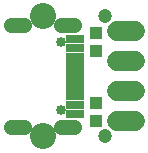
<source format=gbr>
G04 EAGLE Gerber RS-274X export*
G75*
%MOMM*%
%FSLAX34Y34*%
%LPD*%
%INSoldermask Top*%
%IPPOS*%
%AMOC8*
5,1,8,0,0,1.08239X$1,22.5*%
G01*
%ADD10C,2.203200*%
%ADD11C,1.203200*%
%ADD12R,1.003200X1.003200*%
%ADD13C,1.727200*%
%ADD14R,1.503200X0.503200*%
%ADD15C,0.853200*%
%ADD16C,1.311200*%
%ADD17R,1.503200X0.803200*%


D10*
X38100Y571500D03*
X38100Y469900D03*
D11*
X90170Y571500D03*
X90170Y469900D03*
D12*
X82550Y482600D03*
X82550Y497840D03*
X82550Y542290D03*
X82550Y557530D03*
D13*
X100330Y558800D02*
X115570Y558800D01*
X115570Y533400D02*
X100330Y533400D01*
X100330Y508000D02*
X115570Y508000D01*
X115570Y482600D02*
X100330Y482600D01*
D14*
X64770Y523200D03*
X64770Y528200D03*
X64770Y533200D03*
X64770Y538200D03*
X64770Y518200D03*
X64770Y513200D03*
X64770Y508200D03*
X64770Y503200D03*
D15*
X53370Y549600D03*
X53370Y491800D03*
D16*
X52830Y563900D02*
X63910Y563900D01*
X22110Y563900D02*
X11030Y563900D01*
X11030Y477500D02*
X22110Y477500D01*
X52830Y477500D02*
X63910Y477500D01*
D17*
X64770Y552700D03*
X64770Y488700D03*
X64770Y544700D03*
X64770Y496700D03*
M02*

</source>
